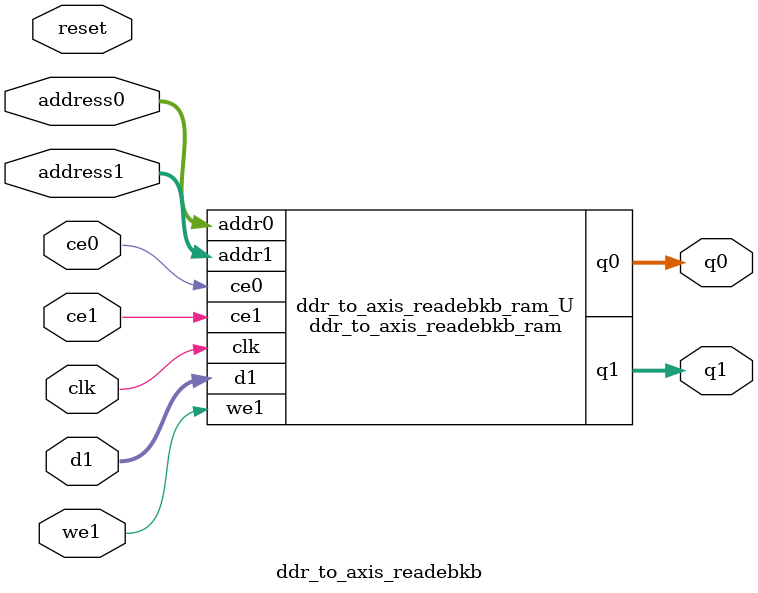
<source format=v>

`timescale 1 ns / 1 ps
module ddr_to_axis_readebkb_ram (addr0, ce0, q0, addr1, ce1, d1, we1, q1,  clk);

parameter DWIDTH = 64;
parameter AWIDTH = 9;
parameter MEM_SIZE = 512;

input[AWIDTH-1:0] addr0;
input ce0;
output reg[DWIDTH-1:0] q0;
input[AWIDTH-1:0] addr1;
input ce1;
input[DWIDTH-1:0] d1;
input we1;
output reg[DWIDTH-1:0] q1;
input clk;

(* ram_style = "block" *)reg [DWIDTH-1:0] ram[0:MEM_SIZE-1];




always @(posedge clk)  
begin 
    if (ce0) 
    begin
            q0 <= ram[addr0];
    end
end


always @(posedge clk)  
begin 
    if (ce1) 
    begin
        if (we1) 
        begin 
            ram[addr1] <= d1; 
            q1 <= d1;
        end 
        else 
            q1 <= ram[addr1];
    end
end


endmodule


`timescale 1 ns / 1 ps
module ddr_to_axis_readebkb(
    reset,
    clk,
    address0,
    ce0,
    q0,
    address1,
    ce1,
    we1,
    d1,
    q1);

parameter DataWidth = 32'd64;
parameter AddressRange = 32'd512;
parameter AddressWidth = 32'd9;
input reset;
input clk;
input[AddressWidth - 1:0] address0;
input ce0;
output[DataWidth - 1:0] q0;
input[AddressWidth - 1:0] address1;
input ce1;
input we1;
input[DataWidth - 1:0] d1;
output[DataWidth - 1:0] q1;



ddr_to_axis_readebkb_ram ddr_to_axis_readebkb_ram_U(
    .clk( clk ),
    .addr0( address0 ),
    .ce0( ce0 ),
    .q0( q0 ),
    .addr1( address1 ),
    .ce1( ce1 ),
    .d1( d1 ),
    .we1( we1 ),
    .q1( q1 ));

endmodule


</source>
